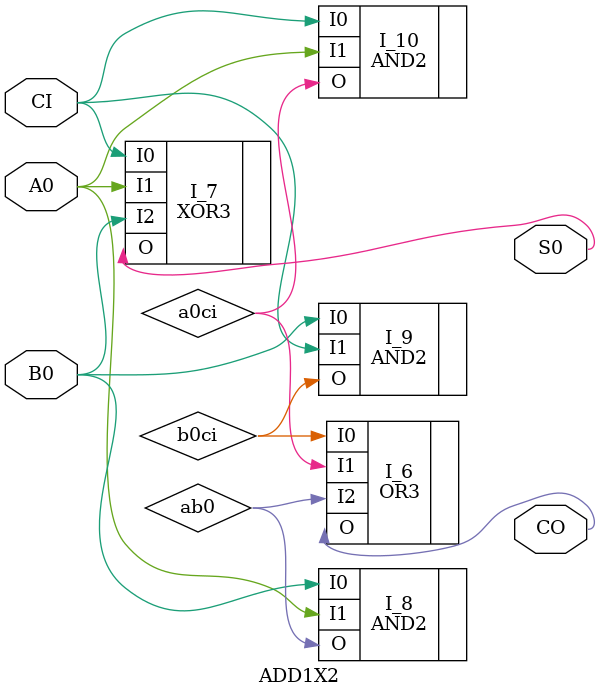
<source format=v>

module ADD1X2( CO, S0, A0, B0, CI );


output  CO, S0;

input  A0, B0, CI;

`ifdef SYNTH
`else

    specify
	specparam CDS_LIBNAME  = "xc9000";
	specparam CDS_CELLNAME = "ADD1X2";
	specparam CDS_VIEWNAME = "schematic";
    endspecify

    XOR3  I_7( .I1(A0), .I2(B0), .I0(CI), .O(S0));
    AND2  I_8( .I0(B0), .O(ab0), .I1(A0));
    AND2  I_10( .I0(CI), .O(a0ci), .I1(A0));
    AND2  I_9( .I0(B0), .O(b0ci), .I1(CI));
    OR3  I_6( .I2(ab0), .I0(b0ci), .O(CO), .I1(a0ci));

`endif

endmodule

</source>
